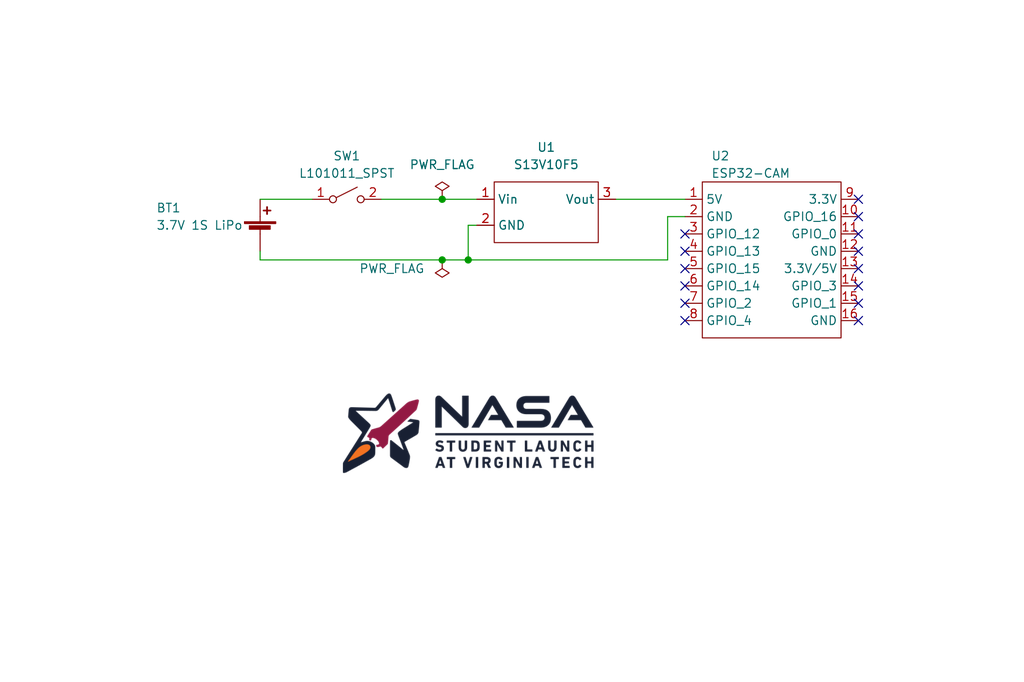
<source format=kicad_sch>
(kicad_sch (version 20211123) (generator eeschema)
  (paper "User" 150.012 99.9998)
  (title_block (title "Payload Camera Subsystem") (date "2022-12-29") (rev "1.2"))
  (lib_symbols
    (symbol "Device:Battery_Cell" (pin_numbers hide) (pin_names (offset 0) hide)
      (property "Reference" "BT" (at 2.54 2.54 0))
      (property "Value" "Battery_Cell" (at 2.54 0 0))
      (symbol "Battery_Cell_0_1"
        (rectangle (start -2.286 1.778) (end 2.286 1.524) (fill (type outline)))
        (rectangle (start -1.5748 1.1938) (end 1.4732 0.6858) (fill (type outline)))
        (polyline (pts (xy 0 0.762) (xy 0 0)))
        (polyline (pts (xy 0 1.778) (xy 0 2.54)))
        (polyline (pts (xy 0.508 3.429) (xy 1.524 3.429)) (stroke (width 0.254)))
        (polyline (pts (xy 1.016 3.937) (xy 1.016 2.921)) (stroke (width 0.254)))
      )
      (symbol "Battery_Cell_1_1"
        (pin passive line (at 0 5.08 270) (length 2.54) (name "+") (number "1"))
        (pin passive line (at 0 -2.54 90) (length 2.54) (name "-") (number "2"))
      )
    )
    (symbol "Switch:SW_SPST" (pin_names (offset 0) hide)
      (property "Reference" "SW" (at 0 3.175 0))
      (property "Value" "SW_SPST" (at 0 -2.54 0))
      (symbol "SW_SPST_0_0"
        (circle (center -2.032 0) (radius 0.508))
        (polyline (pts (xy -1.524 0.254) (xy 1.524 1.778)))
        (circle (center 2.032 0) (radius 0.508))
      )
      (symbol "SW_SPST_1_1"
        (pin passive line (at -5.08 0 0) (length 2.54) (name "A") (number "1"))
        (pin passive line (at 5.08 0 180) (length 2.54) (name "B") (number "2"))
      )
    )
    (symbol "payload_symbol_library:ESP32-CAM"
      (property "Reference" "U" (at 6.35 5.08 0))
      (property "Value" "ESP32-CAM" (at 6.35 2.54 0))
      (symbol "ESP32-CAM_0_1"
        (rectangle (start 0 0) (end 20.32 -22.86))
      )
      (symbol "ESP32-CAM_1_1"
        (pin power_in line (at -2.54 -2.54 0) (length 2.54) (name "5V") (number "1"))
        (pin power_in line (at 22.86 -5.08 180) (length 2.54) (name "GPIO_16") (number "10"))
        (pin bidirectional line (at 22.86 -7.62 180) (length 2.54) (name "GPIO_0") (number "11"))
        (pin power_in line (at 22.86 -10.16 180) (length 2.54) (name "GND") (number "12"))
        (pin power_out line (at 22.86 -12.7 180) (length 2.54) (name "3.3V/5V") (number "13"))
        (pin bidirectional line (at 22.86 -15.24 180) (length 2.54) (name "GPIO_3") (number "14"))
        (pin bidirectional line (at 22.86 -17.78 180) (length 2.54) (name "GPIO_1") (number "15"))
        (pin power_in line (at 22.86 -20.32 180) (length 2.54) (name "GND") (number "16"))
        (pin power_in line (at -2.54 -5.08 0) (length 2.54) (name "GND") (number "2"))
        (pin bidirectional line (at -2.54 -7.62 0) (length 2.54) (name "GPIO_12") (number "3"))
        (pin bidirectional line (at -2.54 -10.16 0) (length 2.54) (name "GPIO_13") (number "4"))
        (pin bidirectional line (at -2.54 -12.7 0) (length 2.54) (name "GPIO_15") (number "5"))
        (pin bidirectional line (at -2.54 -15.24 0) (length 2.54) (name "GPIO_14") (number "6"))
        (pin bidirectional line (at -2.54 -17.78 0) (length 2.54) (name "GPIO_2") (number "7"))
        (pin bidirectional line (at -2.54 -20.32 0) (length 2.54) (name "GPIO_4") (number "8"))
        (pin power_in line (at 22.86 -2.54 180) (length 2.54) (name "3.3V") (number "9"))
      )
    )
    (symbol "payload_symbol_library:S13V10FS"
      (property "Reference" "U" (at 0 1.27 0))
      (property "Value" "S13V10FS" (at 3.81 3.81 0))
      (symbol "S13V10FS_0_1"
        (rectangle (start -15.24 0) (end 0 -8.89))
      )
      (symbol "S13V10FS_1_1"
        (pin power_in line (at -17.78 -2.54 0) (length 2.54) (name "Vin") (number "1"))
        (pin power_in line (at -17.78 -6.35 0) (length 2.54) (name "GND") (number "2"))
        (pin power_out line (at 2.54 -2.54 180) (length 2.54) (name "Vout") (number "3"))
      )
    )
    (symbol "power:PWR_FLAG" (power) (pin_numbers hide) (pin_names (offset 0) hide)
      (property "Value" "PWR_FLAG" (at 0 3.81 0))
      (symbol "PWR_FLAG_0_0"
        (pin power_out line (at 0 0 90) (length 0) (name "pwr") (number "1"))
      )
      (symbol "PWR_FLAG_0_1"
        (polyline (pts (xy 0 0) (xy 0 1.27) (xy -1.016 1.905) (xy 0 2.54) (xy 1.016 1.905) (xy 0 1.27)))
      )
    )
  )
  (junction (at 68.58 38.1))
  (junction (at 64.77 38.1))
  (junction (at 64.77 29.21))
  (no_connect (at 100.33 36.83))
  (no_connect (at 125.73 29.21))
  (no_connect (at 100.33 34.29))
  (no_connect (at 100.33 44.45))
  (no_connect (at 125.73 34.29))
  (no_connect (at 125.73 41.91))
  (no_connect (at 100.33 46.99))
  (no_connect (at 100.33 39.37))
  (no_connect (at 125.73 44.45))
  (no_connect (at 100.33 41.91))
  (no_connect (at 125.73 31.75))
  (no_connect (at 125.73 36.83))
  (no_connect (at 125.73 39.37))
  (no_connect (at 125.73 46.99))
  (wire (pts (xy 90.17 29.21) (xy 100.33 29.21)))
  (wire (pts (xy 97.79 31.75) (xy 100.33 31.75)))
  (wire (pts (xy 38.1 36.83) (xy 38.1 38.1)))
  (wire (pts (xy 68.58 33.02) (xy 68.58 38.1)))
  (wire (pts (xy 97.79 38.1) (xy 97.79 31.75)))
  (wire (pts (xy 64.77 38.1) (xy 38.1 38.1)))
  (wire (pts (xy 68.58 33.02) (xy 69.85 33.02)))
  (wire (pts (xy 55.88 29.21) (xy 64.77 29.21)))
  (wire (pts (xy 38.1 29.21) (xy 45.72 29.21)))
  (wire (pts (xy 64.77 29.21) (xy 69.85 29.21)))
  (wire (pts (xy 68.58 38.1) (xy 64.77 38.1)))
  (wire (pts (xy 68.58 38.1) (xy 97.79 38.1)))
  (image (at 68.58 63.5))
  (symbol (lib_id "power:PWR_FLAG") (at 64.77 38.1 0) (mirror x) (unit 1)
    (property "Reference" "#FLG02" (effects hide))
    (property "Value" "PWR_FLAG" (at 62.23 39.3699 0) (effects (justify right)))
  )
  (symbol (lib_id "payload_symbol_library:S13V10FS") (at 87.63 26.67 0) (unit 1)
    (property "Reference" "U1" (at 80.01 21.59 0))
    (property "Value" "S13V10F5" (at 80.01 24.13 0))
  )
  (symbol (lib_id "power:PWR_FLAG") (at 64.77 29.21 0) (unit 1)
    (property "Reference" "#FLG01" (effects hide))
    (property "Value" "PWR_FLAG" (at 64.77 24.13 0))
  )
  (symbol (lib_id "Device:Battery_Cell") (at 38.1 34.29 0) (unit 1)
    (property "Reference" "BT1" (at 22.86 30.48 0) (effects (justify left)))
    (property "Value" "3.7V 1S LiPo" (at 22.86 33.02 0) (effects (justify left)))
  )
  (symbol (lib_id "payload_symbol_library:ESP32-CAM") (at 102.87 26.67 0) (unit 1)
    (property "Reference" "U2" (at 104.14 22.86 0) (effects (justify left)))
    (property "Value" "ESP32-CAM" (at 104.14 25.4 0) (effects (justify left)))
  )
  (symbol (lib_id "Switch:SW_SPST") (at 50.8 29.21 0) (unit 1)
    (property "Reference" "SW1" (at 50.8 22.86 0))
    (property "Value" "L101011_SPST" (at 50.8 25.4 0))
  )
)
</source>
